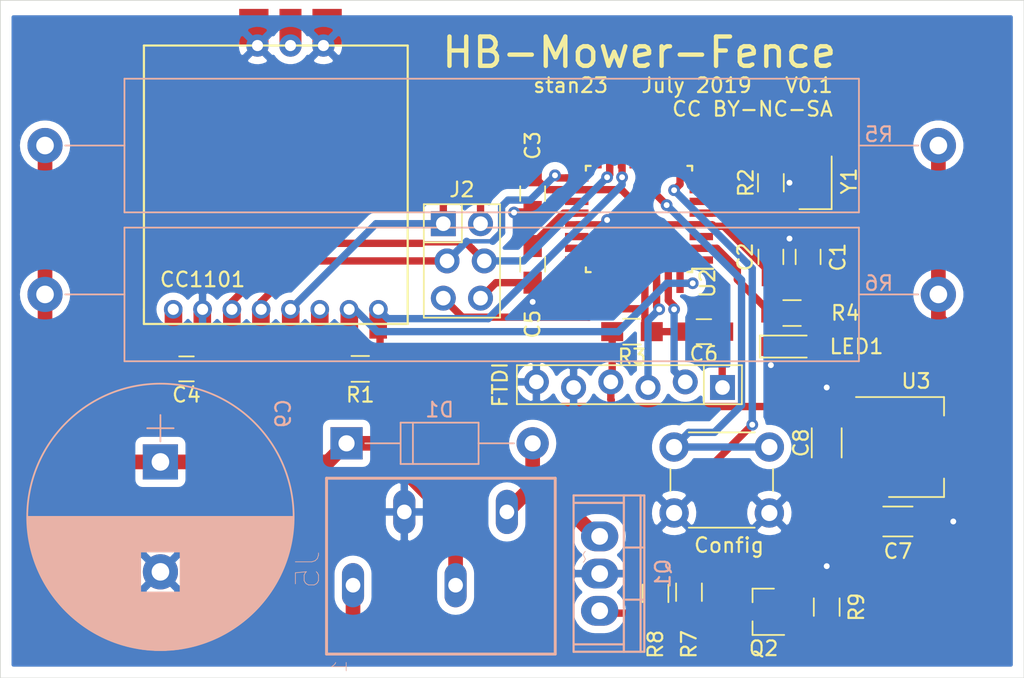
<source format=kicad_pcb>
(kicad_pcb (version 20171130) (host pcbnew "(5.1.2)-1")
  (layers (0 F.Cu signal) (31 B.Cu signal) (34 B.Paste user) (35 F.Paste user) (36 B.SilkS user) (37 F.SilkS user) (38 B.Mask user) (39 F.Mask user) (44 Edge.Cuts user))
  (net 0 "")
  (net 1 GND)
  (net 2 +3V3)
  (net 3 "Net-(C5-Pad1)")
  (net 4 /DTR)
  (net 5 /RESET)
  (net 6 "Net-(C7-Pad1)")
  (net 7 "Net-(J1-Pad1)")
  (net 8 /MOSI)
  (net 9 /SCK)
  (net 10 /MISO)
  (net 11 /TX)
  (net 12 /RX)
  (net 13 +12V)
  (net 14 "Net-(LED1-Pad2)")
  (net 15 "Net-(Q1-Pad1)")
  (net 16 "Net-(Q2-Pad1)")
  (net 17 /CS)
  (net 18 "Net-(R2-Pad1)")
  (net 19 "Net-(R2-Pad2)")
  (net 20 /LED)
  (net 21 /D5)
  (net 22 "Net-(U1-Pad6)")
  (net 23 /GDO0)
  (net 24 /WIRE+)
  (net 25 /WIRE-)
  (net 26 /CONFIG)
  (module Capacitors_SMD:C_0805_HandSoldering (layer F.Cu) (at 144.018 100.818 90)
    (fp_text reference C1 (at -0.02 2.032 90) (layer F.SilkS))
    (fp_text value 10u)
    (pad 2 smd rect (at 1.25 0 90) (size 1.5 1.25) (layers F.Cu F.Paste F.Mask) (net 1 GND))
    (pad 1 smd rect (at -1.25 0 90) (size 1.5 1.25) (layers F.Cu F.Paste F.Mask) (net 2 +3V3))
  )
  (module Capacitors_SMD:C_0805_HandSoldering (layer F.Cu) (at 141.478 100.818 90)
    (fp_text reference C2 (at 0 -1.75 90) (layer F.SilkS))
    (fp_text value 100n)
    (pad 2 smd rect (at 1.25 0 90) (size 1.5 1.25) (layers F.Cu F.Paste F.Mask) (net 1 GND))
    (pad 1 smd rect (at -1.25 0 90) (size 1.5 1.25) (layers F.Cu F.Paste F.Mask) (net 2 +3V3))
  )
  (module Capacitors_SMD:C_0805_HandSoldering (layer F.Cu) (at 125.222 96.5 270)
    (fp_text reference C3 (at -3.282 0 90) (layer F.SilkS))
    (fp_text value 100n)
    (pad 2 smd rect (at 1.25 0 270) (size 1.5 1.25) (layers F.Cu F.Paste F.Mask) (net 1 GND))
    (pad 1 smd rect (at -1.25 0 270) (size 1.5 1.25) (layers F.Cu F.Paste F.Mask) (net 2 +3V3))
  )
  (module Capacitors_SMD:C_0805_HandSoldering (layer F.Cu) (at 101.6 108.458)
    (fp_text reference C4 (at 0 1.778) (layer F.SilkS))
    (fp_text value 1u)
    (pad 2 smd rect (at 1.25 0) (size 1.5 1.25) (layers F.Cu F.Paste F.Mask) (net 1 GND))
    (pad 1 smd rect (at -1.25 0) (size 1.5 1.25) (layers F.Cu F.Paste F.Mask) (net 2 +3V3))
  )
  (module Capacitors_SMD:C_0805_HandSoldering (layer F.Cu) (at 125.222 101.326 270)
    (fp_text reference C5 (at 4.084 0 90) (layer F.SilkS))
    (fp_text value 100n)
    (pad 2 smd rect (at 1.25 0 270) (size 1.5 1.25) (layers F.Cu F.Paste F.Mask) (net 1 GND))
    (pad 1 smd rect (at -1.25 0 270) (size 1.5 1.25) (layers F.Cu F.Paste F.Mask) (net 3 "Net-(C5-Pad1)"))
  )
  (module Capacitors_SMD:C_0805_HandSoldering (layer F.Cu) (at 136.906 105.918)
    (fp_text reference C6 (at 0 1.524) (layer F.SilkS))
    (fp_text value 100n)
    (pad 2 smd rect (at 1.25 0) (size 1.5 1.25) (layers F.Cu F.Paste F.Mask) (net 4 /DTR))
    (pad 1 smd rect (at -1.25 0) (size 1.5 1.25) (layers F.Cu F.Paste F.Mask) (net 5 /RESET))
  )
  (module Capacitors_SMD:C_1206_HandSoldering (layer F.Cu) (at 150.146 118.872)
    (fp_text reference C7 (at 0 2.032) (layer F.SilkS))
    (fp_text value 22u)
    (pad 2 smd rect (at 2 0) (size 2 1.6) (layers F.Cu F.Paste F.Mask) (net 1 GND))
    (pad 1 smd rect (at -2 0) (size 2 1.6) (layers F.Cu F.Paste F.Mask) (net 6 "Net-(C7-Pad1)"))
  )
  (module Capacitors_SMD:C_1206_HandSoldering (layer F.Cu) (at 145.288 113.506 90)
    (fp_text reference C8 (at 0 -1.75 90) (layer F.SilkS))
    (fp_text value 22u)
    (pad 2 smd rect (at 2 0 90) (size 2 1.6) (layers F.Cu F.Paste F.Mask) (net 1 GND))
    (pad 1 smd rect (at -2 0 90) (size 2 1.6) (layers F.Cu F.Paste F.Mask) (net 2 +3V3))
  )
  (module myPinHeaders:Pin_Header_Straight_2x03_Pitch2.54mm_Tight_Fit (layer F.Cu) (at 119.126 98.552)
    (fp_text reference J2 (at 1.27 -2.33) (layer F.SilkS))
    (fp_text value ISP)
    (pad 1 thru_hole rect (at 0 0) (size 1.7 1.7) (drill 1) (layers *.Cu *.Mask) (net 10 /MISO))
    (pad 2 thru_hole oval (at 2.54 0) (size 1.7 1.7) (drill 1) (layers *.Cu *.Mask) (net 2 +3V3))
    (pad 3 thru_hole oval (at 0.254 2.54) (size 1.7 1.7) (drill 1) (layers *.Cu *.Mask) (net 9 /SCK))
    (pad 4 thru_hole oval (at 2.794 2.54) (size 1.7 1.7) (drill 1) (layers *.Cu *.Mask) (net 8 /MOSI))
    (pad 5 thru_hole oval (at 0 5.08) (size 1.7 1.7) (drill 1) (layers *.Cu *.Mask) (net 5 /RESET))
    (pad 6 thru_hole oval (at 2.54 5.08) (size 1.7 1.7) (drill 1) (layers *.Cu *.Mask) (net 1 GND))
  )
  (module myPinHeaders:Pin_Header_Straight_1x06_Pitch2.54mm_Tight_Fit (layer F.Cu) (at 131.826 109.5375 270)
    (fp_text reference J3 hide)
    (fp_text value FTDI (at 0 8.8265 90) (layer F.SilkS))
    (pad 3 thru_hole oval (at 0.1905 -1.27 270) (size 1.7 1.7) (drill 1) (layers *.Cu *.Mask) (net 12 /RX))
    (pad 4 thru_hole oval (at -0.1905 1.27 270) (size 1.7 1.7) (drill 1) (layers *.Cu *.Mask) (net 2 +3V3))
    (pad 2 thru_hole oval (at -0.1905 -3.81 270) (size 1.7 1.7) (drill 1) (layers *.Cu *.Mask) (net 11 /TX))
    (pad 1 thru_hole rect (at 0.1905 -6.35 270) (size 1.7 1.7) (drill 1) (layers *.Cu *.Mask) (net 4 /DTR))
    (pad 5 thru_hole oval (at 0.1905 3.81 270) (size 1.7 1.7) (drill 1) (layers *.Cu *.Mask) (net 1 GND))
    (pad 6 thru_hole oval (at -0.1905 6.35 270) (size 1.7 1.7) (drill 1) (layers *.Cu *.Mask) (net 1 GND))
  )
  (module Power_Integrations:TO-220 (layer B.Cu) (at 129.794 122.428 90)
    (fp_text reference Q1 (at 0 4.318 270) (layer B.SilkS) (effects (justify mirror)))
    (fp_text value IRLZ44N)
    (pad 1 thru_hole oval (at -2.54 0 90) (size 2.032 2.54) (drill 1.143) (layers *.Cu *.Mask) (net 15 "Net-(Q1-Pad1)"))
    (pad 3 thru_hole oval (at 2.54 0 90) (size 2.032 2.54) (drill 1.143) (layers *.Cu *.Mask) (net 25 /WIRE-))
    (pad 2 thru_hole oval (at 0 0 90) (size 2.032 2.54) (drill 1.143) (layers *.Cu *.Mask) (net 1 GND))
  )
  (module TO_SOT_Packages_SMD:SOT-23 (layer F.Cu) (at 140.986 125.034 180)
    (fp_text reference Q2 (at 0 -2.5) (layer F.SilkS))
    (fp_text value IRLML5203)
    (pad 3 smd rect (at 1 0 180) (size 0.9 0.8) (layers F.Cu F.Paste F.Mask) (net 13 +12V))
    (pad 2 smd rect (at -1 0.95 180) (size 0.9 0.8) (layers F.Cu F.Paste F.Mask) (net 6 "Net-(C7-Pad1)"))
    (pad 1 smd rect (at -1 -0.95 180) (size 0.9 0.8) (layers F.Cu F.Paste F.Mask) (net 16 "Net-(Q2-Pad1)"))
  )
  (module Resistors_SMD:R_0805_HandSoldering (layer F.Cu) (at 113.458 108.458)
    (fp_text reference R1 (at 0 1.778) (layer F.SilkS))
    (fp_text value 10k)
    (pad 2 smd rect (at 1.35 0) (size 1.5 1.3) (layers F.Cu F.Paste F.Mask) (net 17 /CS))
    (pad 1 smd rect (at -1.35 0) (size 1.5 1.3) (layers F.Cu F.Paste F.Mask) (net 2 +3V3))
  )
  (module Resistors_SMD:R_0805_HandSoldering (layer F.Cu) (at 141.478 95.758 90)
    (fp_text reference R2 (at 0 -1.7 90) (layer F.SilkS))
    (fp_text value 1M)
    (pad 2 smd rect (at 1.35 0 90) (size 1.5 1.3) (layers F.Cu F.Paste F.Mask) (net 19 "Net-(R2-Pad2)"))
    (pad 1 smd rect (at -1.35 0 90) (size 1.5 1.3) (layers F.Cu F.Paste F.Mask) (net 18 "Net-(R2-Pad1)"))
  )
  (module Resistors_SMD:R_0805_HandSoldering (layer F.Cu) (at 132 105.918 180)
    (fp_text reference R3 (at 0 -1.7) (layer F.SilkS))
    (fp_text value 10k)
    (pad 2 smd rect (at 1.35 0 180) (size 1.5 1.3) (layers F.Cu F.Paste F.Mask) (net 2 +3V3))
    (pad 1 smd rect (at -1.35 0 180) (size 1.5 1.3) (layers F.Cu F.Paste F.Mask) (net 5 /RESET))
  )
  (module Resistors_SMD:R_0805_HandSoldering (layer F.Cu) (at 142.922 104.648 180)
    (fp_text reference R4 (at -3.636 0) (layer F.SilkS))
    (fp_text value 330)
    (pad 2 smd rect (at 1.35 0 180) (size 1.5 1.3) (layers F.Cu F.Paste F.Mask) (net 20 /LED))
    (pad 1 smd rect (at -1.35 0 180) (size 1.5 1.3) (layers F.Cu F.Paste F.Mask) (net 14 "Net-(LED1-Pad2)"))
  )
  (module Resistors_THT:R_Axial_Power_L50.0mm_W9.0mm_P60.96mm (layer B.Cu) (at 152.908 93.218 180)
    (fp_text reference R5 (at 4.064 0.762) (layer B.SilkS) (effects (justify mirror)))
    (fp_text value 18)
    (pad 2 thru_hole oval (at 60.96 0 180) (size 2.4 2.4) (drill 1.2) (layers *.Cu *.Mask) (net 24 /WIRE+))
    (pad 1 thru_hole circle (at 0 0 180) (size 2.4 2.4) (drill 1.2) (layers *.Cu *.Mask) (net 13 +12V))
  )
  (module Resistors_THT:R_Axial_Power_L50.0mm_W9.0mm_P60.96mm (layer B.Cu) (at 152.908 103.378 180)
    (fp_text reference R6 (at 4.064 0.762) (layer B.SilkS) (effects (justify mirror)))
    (fp_text value "18R 10W")
    (pad 2 thru_hole oval (at 60.96 0 180) (size 2.4 2.4) (drill 1.2) (layers *.Cu *.Mask) (net 24 /WIRE+))
    (pad 1 thru_hole circle (at 0 0 180) (size 2.4 2.4) (drill 1.2) (layers *.Cu *.Mask) (net 13 +12V))
  )
  (module Resistors_SMD:R_0805_HandSoldering (layer F.Cu) (at 135.89 123.698 90)
    (fp_text reference R7 (at -3.556 0 90) (layer F.SilkS))
    (fp_text value 220)
    (pad 2 smd rect (at 1.35 0 90) (size 1.5 1.3) (layers F.Cu F.Paste F.Mask) (net 21 /D5))
    (pad 1 smd rect (at -1.35 0 90) (size 1.5 1.3) (layers F.Cu F.Paste F.Mask) (net 15 "Net-(Q1-Pad1)"))
  )
  (module Resistors_SMD:R_0805_HandSoldering (layer F.Cu) (at 133.604 123.778 90)
    (fp_text reference R8 (at -3.476 0 90) (layer F.SilkS))
    (fp_text value 10k)
    (pad 2 smd rect (at 1.35 0 90) (size 1.5 1.3) (layers F.Cu F.Paste F.Mask) (net 1 GND))
    (pad 1 smd rect (at -1.35 0 90) (size 1.5 1.3) (layers F.Cu F.Paste F.Mask) (net 15 "Net-(Q1-Pad1)"))
  )
  (module Resistors_SMD:R_0805_HandSoldering (layer F.Cu) (at 145.288 124.714 90)
    (fp_text reference R9 (at 0 2.032 90) (layer F.SilkS))
    (fp_text value 100k)
    (pad 2 smd rect (at 1.35 0 90) (size 1.5 1.3) (layers F.Cu F.Paste F.Mask) (net 1 GND))
    (pad 1 smd rect (at -1.35 0 90) (size 1.5 1.3) (layers F.Cu F.Paste F.Mask) (net 16 "Net-(Q2-Pad1)"))
  )
  (module myRadioModules:CC1101_SMD_THT_Antenna (layer F.Cu) (at 107.696 104.394)
    (fp_text reference U1 hide)
    (fp_text value CC1101)
    (fp_text user CC1101 (at -5 -2.032 180) (layer F.SilkS))
    (pad 11 smd rect (at 3.5 -19.25) (size 2 2.5) (layers F.Cu F.Mask) (net 1 GND))
    (pad 9 smd rect (at 1 -19.25) (size 1.5 2.5) (layers F.Cu F.Mask) (net 7 "Net-(J1-Pad1)"))
    (pad 10 smd rect (at -1.5 -19.25) (size 2 2.5) (layers F.Cu F.Mask) (net 1 GND))
    (pad 11 thru_hole circle (at 3.25 -18) (size 1.524 1.524) (drill 0.762) (layers *.Cu *.Mask) (net 1 GND))
    (pad 9 thru_hole circle (at 1 -18) (size 1.524 1.524) (drill 0.762) (layers *.Cu *.Mask) (net 7 "Net-(J1-Pad1)"))
    (pad 10 thru_hole circle (at -1.25 -18) (size 1.524 1.524) (drill 0.762) (layers *.Cu *.Mask) (net 1 GND))
    (pad 8 smd rect (at 6.985 1) (size 1.2 2) (layers F.Cu F.Mask) (net 17 /CS))
    (pad 7 smd rect (at 5.0165 1) (size 1.2 2) (layers F.Cu F.Mask) (net 23 /GDO0))
    (pad 6 smd rect (at 3 1) (size 1.2 2) (layers F.Cu F.Mask) (net 22 "Net-(U1-Pad6)"))
    (pad 5 smd rect (at 1.016 1) (size 1.2 2) (layers F.Cu F.Mask) (net 10 /MISO))
    (pad 4 smd rect (at -1.016 1) (size 1.2 2) (layers F.Cu F.Mask) (net 9 /SCK))
    (pad 3 smd rect (at -3 1) (size 1.2 2) (layers F.Cu F.Mask) (net 8 /MOSI))
    (pad 2 smd rect (at -5.0165 1) (size 1.2 2) (layers F.Cu F.Mask) (net 1 GND))
    (pad 1 smd rect (at -6.985 1) (size 1.2 2) (layers F.Cu F.Mask) (net 2 +3V3))
    (pad 8 thru_hole circle (at 7 0) (size 1.27 1.27) (drill 0.762) (layers *.Cu *.Mask) (net 17 /CS))
    (pad 7 thru_hole circle (at 5 0) (size 1.27 1.27) (drill 0.762) (layers *.Cu *.Mask) (net 23 /GDO0))
    (pad 6 thru_hole circle (at 3 0) (size 1.27 1.27) (drill 0.762) (layers *.Cu *.Mask) (net 22 "Net-(U1-Pad6)"))
    (pad 5 thru_hole circle (at 1 0) (size 1.27 1.27) (drill 0.762) (layers *.Cu *.Mask) (net 10 /MISO))
    (pad 4 thru_hole circle (at -1 0) (size 1.27 1.27) (drill 0.762) (layers *.Cu *.Mask) (net 9 /SCK))
    (pad 3 thru_hole circle (at -3 0) (size 1.27 1.27) (drill 0.762) (layers *.Cu *.Mask) (net 8 /MOSI))
    (pad 2 thru_hole oval (at -5 0) (size 1.27 1.27) (drill 0.762) (layers *.Cu *.Mask) (net 1 GND))
    (pad 1 thru_hole oval (at -7 0) (size 1.27 1.27) (drill 0.762) (layers *.Cu *.Mask) (net 2 +3V3))
  )
  (module myHousings:TQFP-32_7x7mm_Pitch0.8mm_HandSoldering (layer F.Cu) (at 132.48 98.23 180)
    (fp_text reference U2 (at -4.68 -4.386 90) (layer F.SilkS))
    (fp_text value ATmega328PB-AU)
    (pad 1 smd rect (at -4.25 -2.8 180) (size 1.6 0.5) (layers F.Cu F.Paste F.Mask))
    (pad 2 smd rect (at -4.25 -2 180) (size 1.6 0.5) (layers F.Cu F.Paste F.Mask) (net 20 /LED))
    (pad 3 smd rect (at -4.25 -1.2 180) (size 1.6 0.5) (layers F.Cu F.Paste F.Mask))
    (pad 4 smd rect (at -4.25 -0.4 180) (size 1.6 0.5) (layers F.Cu F.Paste F.Mask) (net 2 +3V3))
    (pad 5 smd rect (at -4.25 0.4 180) (size 1.6 0.5) (layers F.Cu F.Paste F.Mask) (net 1 GND))
    (pad 6 smd rect (at -4.25 1.2 180) (size 1.6 0.5) (layers F.Cu F.Paste F.Mask))
    (pad 7 smd rect (at -4.25 2 180) (size 1.6 0.5) (layers F.Cu F.Paste F.Mask) (net 18 "Net-(R2-Pad1)"))
    (pad 8 smd rect (at -4.25 2.8 180) (size 1.6 0.5) (layers F.Cu F.Paste F.Mask) (net 19 "Net-(R2-Pad2)"))
    (pad 9 smd rect (at -2.8 4.25 270) (size 1.6 0.5) (layers F.Cu F.Paste F.Mask) (net 21 /D5))
    (pad 10 smd rect (at -2 4.25 270) (size 1.6 0.5) (layers F.Cu F.Paste F.Mask))
    (pad 11 smd rect (at -1.2 4.25 270) (size 1.6 0.5) (layers F.Cu F.Paste F.Mask))
    (pad 12 smd rect (at -0.4 4.25 270) (size 1.6 0.5) (layers F.Cu F.Paste F.Mask) (net 26 /CONFIG))
    (pad 13 smd rect (at 0.4 4.25 270) (size 1.6 0.5) (layers F.Cu F.Paste F.Mask))
    (pad 14 smd rect (at 1.2 4.25 270) (size 1.6 0.5) (layers F.Cu F.Paste F.Mask) (net 17 /CS))
    (pad 15 smd rect (at 2 4.25 270) (size 1.6 0.5) (layers F.Cu F.Paste F.Mask) (net 8 /MOSI))
    (pad 16 smd rect (at 2.8 4.25 270) (size 1.6 0.5) (layers F.Cu F.Paste F.Mask) (net 10 /MISO))
    (pad 17 smd rect (at 4.25 2.8 180) (size 1.6 0.5) (layers F.Cu F.Paste F.Mask) (net 9 /SCK))
    (pad 18 smd rect (at 4.25 2 180) (size 1.6 0.5) (layers F.Cu F.Paste F.Mask) (net 2 +3V3))
    (pad 19 smd rect (at 4.25 1.2 180) (size 1.6 0.5) (layers F.Cu F.Paste F.Mask))
    (pad 20 smd rect (at 4.25 0.4 180) (size 1.6 0.5) (layers F.Cu F.Paste F.Mask) (net 3 "Net-(C5-Pad1)"))
    (pad 21 smd rect (at 4.25 -0.4 180) (size 1.6 0.5) (layers F.Cu F.Paste F.Mask) (net 1 GND))
    (pad 22 smd rect (at 4.25 -1.2 180) (size 1.6 0.5) (layers F.Cu F.Paste F.Mask))
    (pad 23 smd rect (at 4.25 -2 180) (size 1.6 0.5) (layers F.Cu F.Paste F.Mask))
    (pad 24 smd rect (at 4.25 -2.8 180) (size 1.6 0.5) (layers F.Cu F.Paste F.Mask))
    (pad 25 smd rect (at 2.8 -4.25 270) (size 1.6 0.5) (layers F.Cu F.Paste F.Mask))
    (pad 26 smd rect (at 2 -4.25 270) (size 1.6 0.5) (layers F.Cu F.Paste F.Mask))
    (pad 27 smd rect (at 1.2 -4.25 270) (size 1.6 0.5) (layers F.Cu F.Paste F.Mask))
    (pad 28 smd rect (at 0.4 -4.25 270) (size 1.6 0.5) (layers F.Cu F.Paste F.Mask))
    (pad 29 smd rect (at -0.4 -4.25 270) (size 1.6 0.5) (layers F.Cu F.Paste F.Mask) (net 5 /RESET))
    (pad 30 smd rect (at -1.2 -4.25 270) (size 1.6 0.5) (layers F.Cu F.Paste F.Mask) (net 12 /RX))
    (pad 31 smd rect (at -2 -4.25 270) (size 1.6 0.5) (layers F.Cu F.Paste F.Mask) (net 11 /TX))
    (pad 32 smd rect (at -2.8 -4.25 270) (size 1.6 0.5) (layers F.Cu F.Paste F.Mask) (net 23 /GDO0))
  )
  (module TO_SOT_Packages_SMD:SOT-223 (layer F.Cu) (at 151.384 113.792)
    (fp_text reference U3 (at 0 -4.5) (layer F.SilkS))
    (fp_text value LM1117-3.3)
    (pad 1 smd rect (at -3.15 -2.3) (size 2 1.5) (layers F.Cu F.Paste F.Mask) (net 1 GND))
    (pad 3 smd rect (at -3.15 2.3) (size 2 1.5) (layers F.Cu F.Paste F.Mask) (net 6 "Net-(C7-Pad1)"))
    (pad 2 smd rect (at -3.15 0) (size 2 1.5) (layers F.Cu F.Paste F.Mask) (net 2 +3V3))
    (pad 4 smd rect (at 3.15 0) (size 2 3.8) (layers F.Cu F.Paste F.Mask))
  )
  (module myResonators:Resonator_SMD_muRata_CSTCC-3pin_7.2x3.0mm_HandSoldering (layer F.Cu) (at 144.526 95.758 90)
    (fp_text reference Y1 (at 0.12 2.286 90) (layer F.SilkS))
    (fp_text value 8M)
    (pad 3 smd rect (at 1.2 0 90) (size 0.4 2.1) (layers F.Cu F.Paste F.Mask) (net 19 "Net-(R2-Pad2)"))
    (pad 2 smd rect (at 0 0 90) (size 0.4 2.1) (layers F.Cu F.Paste F.Mask) (net 1 GND))
    (pad 1 smd rect (at -1.2 0 90) (size 0.4 2.1) (layers F.Cu F.Paste F.Mask) (net 18 "Net-(R2-Pad1)"))
  )
  (module Diodes_THT:D_DO-41_SOD81_P12.70mm_Horizontal (layer B.Cu) (at 112.522 113.538)
    (fp_text reference D1 (at 6.35 -2.286) (layer B.SilkS) (effects (justify mirror)))
    (fp_text value 1N4001)
    (pad 2 thru_hole oval (at 12.7 0) (size 2.2 2.2) (drill 1.1) (layers *.Cu *.Mask) (net 25 /WIRE-))
    (pad 1 thru_hole rect (at 0 0) (size 2.2 2.2) (drill 1.1) (layers *.Cu *.Mask) (net 24 /WIRE+))
  )
  (module LEDs:LED_0805_HandSoldering (layer F.Cu) (at 142.922 106.934)
    (fp_text reference LED1 (at 4.398 0) (layer F.SilkS))
    (fp_text value GREEN)
    (pad 2 smd rect (at 1.35 0) (size 1.5 1.3) (layers F.Cu F.Paste F.Mask) (net 14 "Net-(LED1-Pad2)"))
    (pad 1 smd rect (at -1.35 0) (size 1.5 1.3) (layers F.Cu F.Paste F.Mask) (net 1 GND))
  )
  (module Wago_250-5xx:P-250-204 (layer B.Cu) (at 112.014 121.92 270)
    (fp_text reference J5 (at 0.2286 2.1336 270) (layer B.SilkS) (effects (font (size 1.57722 1.57722) (thickness 0.05)) (justify mirror)))
    (fp_text value ~ (at -0.601057 -16.6795 270) (layer B.SilkS) (effects (font (size 1.57759 1.57759) (thickness 0.05)) (justify mirror)))
    (fp_text user 1 (at 6.858 -0.0254 270) (layer B.SilkS) (effects (font (thickness 0.05)) (justify mirror)))
    (pad 4 thru_hole oval (at -3.7 -11.45 270) (size 3.016 1.508) (drill 1) (layers *.Cu *.Mask) (net 25 /WIRE-))
    (pad 3 thru_hole oval (at 1.3 -7.95 270) (size 3.016 1.508) (drill 1) (layers *.Cu *.Mask) (net 24 /WIRE+))
    (pad 2 thru_hole oval (at -3.7 -4.45 270) (size 3.016 1.508) (drill 1) (layers *.Cu *.Mask) (net 1 GND))
    (pad 1 thru_hole oval (at 1.3 -0.95 270) (size 3.016 1.508) (drill 1) (layers *.Cu *.Mask) (net 13 +12V))
  )
  (module Capacitors_THT:CP_Radial_D18.0mm_P7.50mm (layer B.Cu) (at 99.822 114.808 270)
    (fp_text reference C9 (at -3.302 -8.382 270) (layer B.SilkS) (effects (justify mirror)))
    (fp_text value 2200u)
    (pad 1 thru_hole rect (at 0 0 270) (size 2.4 2.4) (drill 1.2) (layers *.Cu *.Mask) (net 24 /WIRE+))
    (pad 2 thru_hole circle (at 7.5 0 270) (size 2.4 2.4) (drill 1.2) (layers *.Cu *.Mask) (net 1 GND))
  )
  (module Buttons_Switches_THT:SW_PUSH_6mm (layer F.Cu) (at 134.874 113.792)
    (fp_text reference SW1 hide)
    (fp_text value Config (at 3.75 6.7) (layer F.SilkS))
    (pad 2 thru_hole circle (at 0 4.5 90) (size 2 2) (drill 1.1) (layers *.Cu *.Mask) (net 1 GND))
    (pad 1 thru_hole circle (at 0 0 90) (size 2 2) (drill 1.1) (layers *.Cu *.Mask) (net 26 /CONFIG))
    (pad 2 thru_hole circle (at 6.5 4.5 90) (size 2 2) (drill 1.1) (layers *.Cu *.Mask) (net 1 GND))
    (pad 1 thru_hole circle (at 6.5 0 90) (size 2 2) (drill 1.1) (layers *.Cu *.Mask) (net 26 /CONFIG))
  )
  (gr_text "stan23   July 2019   V0.1\nCC BY-NC-SA" (at 145.796 89.916) (layer F.SilkS) (effects (font (size 1 1)) (justify right)))
  (gr_text HB-Mower-Fence (at 118.872 86.868) (layer F.SilkS) (effects (font (size 2 2) (thickness 0.3)) (justify left)))
  (gr_line (start 88.9 83.312) (end 88.9 129.54) (layer Edge.Cuts) (width 0.05))
  (gr_line (start 158.75 83.312) (end 88.9 83.312) (layer Edge.Cuts) (width 0.05))
  (gr_line (start 158.75 129.54) (end 158.75 83.312) (layer Edge.Cuts) (width 0.05))
  (gr_line (start 88.9 129.54) (end 158.75 129.54) (layer Edge.Cuts) (width 0.05))
  (via (at 130.302 98.298) (size 0.8) (drill 0.4) (layers F.Cu B.Cu) (net 1))
  (segment (start 128.23 98.63) (end 129.97 98.63) (width 0.5) (layer F.Cu) (net 1))
  (segment (start 129.97 98.63) (end 130.302 98.298) (width 0.5) (layer F.Cu) (net 1))
  (segment (start 141.478 99.443) (end 141.478 99.568) (width 0.5) (layer F.Cu) (net 1))
  (segment (start 139.865 97.83) (end 141.478 99.443) (width 0.5) (layer F.Cu) (net 1))
  (segment (start 136.73 97.83) (end 139.865 97.83) (width 0.5) (layer F.Cu) (net 1))
  (via (at 142.748 95.758) (size 0.8) (drill 0.4) (layers F.Cu B.Cu) (net 1))
  (segment (start 144.526 95.758) (end 142.748 95.758) (width 0.5) (layer F.Cu) (net 1))
  (via (at 142.748 99.568) (size 0.8) (drill 0.4) (layers F.Cu B.Cu) (net 1))
  (segment (start 143.764 99.568) (end 142.748 99.568) (width 0.5) (layer F.Cu) (net 1))
  (segment (start 141.478 99.568) (end 142.748 99.568) (width 0.5) (layer F.Cu) (net 1))
  (via (at 123.952 97.79) (size 0.8) (drill 0.4) (layers F.Cu B.Cu) (net 1))
  (segment (start 125.222 97.75) (end 123.992 97.75) (width 0.5) (layer F.Cu) (net 1))
  (segment (start 123.992 97.75) (end 123.952 97.79) (width 0.5) (layer F.Cu) (net 1))
  (segment (start 102.85 105.5645) (end 102.6795 105.394) (width 0.5) (layer F.Cu) (net 1))
  (segment (start 102.85 108.458) (end 102.85 105.5645) (width 0.5) (layer F.Cu) (net 1))
  (segment (start 133.604 122.428) (end 129.794 122.428) (width 0.5) (layer F.Cu) (net 1))
  (segment (start 122.722 102.576) (end 121.666 103.632) (width 0.5) (layer F.Cu) (net 1))
  (segment (start 125.222 102.576) (end 122.722 102.576) (width 0.5) (layer F.Cu) (net 1))
  (via (at 145.288 121.92) (size 0.8) (drill 0.4) (layers F.Cu B.Cu) (net 1))
  (segment (start 145.288 123.364) (end 145.288 121.92) (width 0.8) (layer F.Cu) (net 1))
  (via (at 153.924 118.872) (size 0.8) (drill 0.4) (layers F.Cu B.Cu) (net 1))
  (segment (start 152.146 118.872) (end 153.924 118.872) (width 0.8) (layer F.Cu) (net 1))
  (segment (start 145.302 111.492) (end 145.288 111.506) (width 0.8) (layer F.Cu) (net 1))
  (segment (start 148.234 111.492) (end 145.302 111.492) (width 0.8) (layer F.Cu) (net 1))
  (via (at 145.288 109.728) (size 0.8) (drill 0.4) (layers F.Cu B.Cu) (net 1))
  (segment (start 145.288 111.506) (end 145.288 109.728) (width 0.8) (layer F.Cu) (net 1))
  (via (at 141.478 108.204) (size 0.8) (drill 0.4) (layers F.Cu B.Cu) (net 1))
  (segment (start 141.572 106.934) (end 141.572 108.11) (width 0.5) (layer F.Cu) (net 1))
  (segment (start 141.572 108.11) (end 141.478 108.204) (width 0.5) (layer F.Cu) (net 1))
  (via (at 125.222 103.886) (size 0.8) (drill 0.4) (layers F.Cu B.Cu) (net 1))
  (segment (start 125.222 102.576) (end 125.222 103.886) (width 0.5) (layer F.Cu) (net 1))
  (segment (start 126.202 96.23) (end 125.222 95.25) (width 0.5) (layer F.Cu) (net 2))
  (segment (start 128.23 96.23) (end 126.202 96.23) (width 0.5) (layer F.Cu) (net 2))
  (segment (start 141.478 101.943) (end 141.478 102.068) (width 0.5) (layer F.Cu) (net 2))
  (segment (start 138.264999 98.729999) (end 141.478 101.943) (width 0.5) (layer F.Cu) (net 2))
  (segment (start 137.591999 98.729999) (end 138.264999 98.729999) (width 0.5) (layer F.Cu) (net 2))
  (segment (start 137.492 98.63) (end 137.591999 98.729999) (width 0.5) (layer F.Cu) (net 2))
  (segment (start 136.73 98.63) (end 137.492 98.63) (width 0.5) (layer F.Cu) (net 2))
  (segment (start 141.478 102.068) (end 143.764 102.068) (width 0.5) (layer F.Cu) (net 2))
  (segment (start 130.65 109.253) (end 130.556 109.347) (width 0.5) (layer F.Cu) (net 2))
  (segment (start 130.65 105.918) (end 130.65 109.253) (width 0.5) (layer F.Cu) (net 2))
  (segment (start 128.23 96.23) (end 131.282 96.23) (width 0.5) (layer F.Cu) (net 2))
  (segment (start 133.682 98.63) (end 136.73 98.63) (width 0.5) (layer F.Cu) (net 2))
  (segment (start 131.282 96.23) (end 133.682 98.63) (width 0.5) (layer F.Cu) (net 2))
  (segment (start 100.35 105.755) (end 100.711 105.394) (width 0.5) (layer F.Cu) (net 2))
  (segment (start 100.35 108.458) (end 100.35 105.755) (width 0.5) (layer F.Cu) (net 2))
  (segment (start 147.002 113.792) (end 145.288 115.506) (width 0.8) (layer F.Cu) (net 2))
  (segment (start 148.234 113.792) (end 147.002 113.792) (width 0.8) (layer F.Cu) (net 2))
  (segment (start 144.018 114.236) (end 145.288 115.506) (width 0.5) (layer F.Cu) (net 2))
  (segment (start 143.987999 111.028001) (end 144.018 110.998) (width 0.5) (layer F.Cu) (net 2))
  (segment (start 132.237001 111.028001) (end 143.987999 111.028001) (width 0.5) (layer F.Cu) (net 2))
  (segment (start 144.018 110.998) (end 144.018 114.236) (width 0.5) (layer F.Cu) (net 2))
  (segment (start 121.666 98.552) (end 121.666 97.028) (width 0.5) (layer F.Cu) (net 2))
  (segment (start 123.444 95.25) (end 125.222 95.25) (width 0.5) (layer F.Cu) (net 2))
  (segment (start 121.666 97.028) (end 123.444 95.25) (width 0.5) (layer F.Cu) (net 2))
  (segment (start 130.586001 110.579082) (end 130.586001 111.028001) (width 0.5) (layer F.Cu) (net 2))
  (segment (start 130.556 110.549081) (end 130.586001 110.579082) (width 0.5) (layer F.Cu) (net 2))
  (segment (start 130.556 109.347) (end 130.556 110.549081) (width 0.5) (layer F.Cu) (net 2))
  (segment (start 130.586001 111.028001) (end 132.237001 111.028001) (width 0.5) (layer F.Cu) (net 2))
  (segment (start 144.037999 110.978001) (end 144.018 110.998) (width 0.5) (layer F.Cu) (net 2))
  (segment (start 144.037999 109.775906) (end 144.037999 110.978001) (width 0.5) (layer F.Cu) (net 2))
  (segment (start 145.472001 108.341904) (end 144.037999 109.775906) (width 0.5) (layer F.Cu) (net 2))
  (segment (start 145.472001 102.397001) (end 145.472001 108.341904) (width 0.5) (layer F.Cu) (net 2))
  (segment (start 144.018 102.068) (end 145.143 102.068) (width 0.5) (layer F.Cu) (net 2))
  (segment (start 145.143 102.068) (end 145.472001 102.397001) (width 0.5) (layer F.Cu) (net 2))
  (segment (start 100.35 109.583) (end 101.795001 111.028001) (width 0.5) (layer F.Cu) (net 2))
  (segment (start 100.35 108.458) (end 100.35 109.583) (width 0.5) (layer F.Cu) (net 2))
  (segment (start 113.528001 111.028001) (end 113.568001 111.028001) (width 0.5) (layer F.Cu) (net 2))
  (segment (start 113.568001 111.028001) (end 130.586001 111.028001) (width 0.5) (layer F.Cu) (net 2))
  (segment (start 112.108 110.898002) (end 112.237999 111.028001) (width 0.5) (layer F.Cu) (net 2))
  (segment (start 112.108 108.458) (end 112.108 110.898002) (width 0.5) (layer F.Cu) (net 2))
  (segment (start 101.795001 111.028001) (end 112.237999 111.028001) (width 0.5) (layer F.Cu) (net 2))
  (segment (start 112.237999 111.028001) (end 113.568001 111.028001) (width 0.5) (layer F.Cu) (net 2))
  (segment (start 125.222 99.951) (end 125.222 100.076) (width 0.5) (layer F.Cu) (net 3))
  (segment (start 127.343 97.83) (end 125.222 99.951) (width 0.5) (layer F.Cu) (net 3))
  (segment (start 128.23 97.83) (end 127.343 97.83) (width 0.5) (layer F.Cu) (net 3))
  (segment (start 138.156 109.708) (end 138.176 109.728) (width 0.5) (layer F.Cu) (net 4))
  (segment (start 138.156 105.918) (end 138.156 109.708) (width 0.5) (layer F.Cu) (net 4))
  (segment (start 132.88 105.448) (end 133.35 105.918) (width 0.5) (layer F.Cu) (net 5))
  (segment (start 133.35 105.918) (end 135.656 105.918) (width 0.5) (layer F.Cu) (net 5))
  (segment (start 129.638002 104.356) (end 132.88 104.356) (width 0.5) (layer F.Cu) (net 5))
  (segment (start 129.062001 104.932001) (end 129.638002 104.356) (width 0.5) (layer F.Cu) (net 5))
  (segment (start 120.426001 104.932001) (end 129.062001 104.932001) (width 0.5) (layer F.Cu) (net 5))
  (segment (start 119.126 103.632) (end 120.426001 104.932001) (width 0.5) (layer F.Cu) (net 5))
  (segment (start 132.88 102.48) (end 132.88 104.356) (width 0.5) (layer F.Cu) (net 5))
  (segment (start 132.88 104.356) (end 132.88 105.448) (width 0.5) (layer F.Cu) (net 5))
  (segment (start 148.234 118.784) (end 148.146 118.872) (width 0.8) (layer F.Cu) (net 6))
  (segment (start 148.234 116.092) (end 148.234 118.784) (width 0.8) (layer F.Cu) (net 6))
  (segment (start 146.346 118.872) (end 148.146 118.872) (width 0.8) (layer F.Cu) (net 6))
  (segment (start 145.998 118.872) (end 146.346 118.872) (width 0.8) (layer F.Cu) (net 6))
  (segment (start 141.986 122.884) (end 145.998 118.872) (width 0.8) (layer F.Cu) (net 6))
  (segment (start 141.986 124.084) (end 141.986 122.884) (width 0.8) (layer F.Cu) (net 6))
  (segment (start 108.698001 99.891999) (end 117.671999 99.891999) (width 0.5) (layer F.Cu) (net 8))
  (segment (start 120.719999 99.891999) (end 117.671999 99.891999) (width 0.3) (layer F.Cu) (net 8))
  (segment (start 121.070001 100.242001) (end 120.719999 99.891999) (width 0.5) (layer F.Cu) (net 8))
  (segment (start 121.92 101.092) (end 121.070001 100.242001) (width 0.5) (layer F.Cu) (net 8))
  (segment (start 104.696 103.894) (end 108.698001 99.891999) (width 0.5) (layer F.Cu) (net 8))
  (segment (start 104.696 105.394) (end 104.696 103.894) (width 0.5) (layer F.Cu) (net 8))
  (via (at 130.302 95.38) (size 0.8) (drill 0.4) (layers F.Cu B.Cu) (net 8))
  (segment (start 121.92 101.092) (end 124.59 101.092) (width 0.5) (layer B.Cu) (net 8))
  (segment (start 124.59 101.092) (end 130.302 95.38) (width 0.5) (layer B.Cu) (net 8))
  (segment (start 130.48 95.202) (end 130.48 93.98) (width 0.5) (layer F.Cu) (net 8))
  (segment (start 130.302 95.38) (end 130.48 95.202) (width 0.5) (layer F.Cu) (net 8))
  (segment (start 106.68 103.894) (end 106.68 105.394) (width 0.5) (layer F.Cu) (net 9))
  (segment (start 109.482 101.092) (end 106.68 103.894) (width 0.5) (layer F.Cu) (net 9))
  (segment (start 119.38 101.092) (end 109.482 101.092) (width 0.5) (layer F.Cu) (net 9))
  (via (at 126.746 95.25) (size 0.8) (drill 0.4) (layers F.Cu B.Cu) (net 9))
  (segment (start 128.23 95.43) (end 126.926 95.43) (width 0.5) (layer F.Cu) (net 9))
  (segment (start 126.926 95.43) (end 126.746 95.25) (width 0.5) (layer F.Cu) (net 9))
  (segment (start 123.543999 96.939999) (end 123.101999 97.381999) (width 0.5) (layer B.Cu) (net 9))
  (segment (start 126.746 95.25) (end 125.056001 96.939999) (width 0.5) (layer B.Cu) (net 9))
  (segment (start 125.056001 96.939999) (end 123.543999 96.939999) (width 0.5) (layer B.Cu) (net 9))
  (segment (start 120.229999 100.242001) (end 119.38 101.092) (width 0.3) (layer B.Cu) (net 9))
  (segment (start 120.580001 99.891999) (end 120.229999 100.242001) (width 0.3) (layer B.Cu) (net 9))
  (segment (start 120.719999 99.752001) (end 122.497999 99.752001) (width 0.3) (layer B.Cu) (net 9))
  (segment (start 123.101999 99.148001) (end 123.101999 97.381999) (width 0.5) (layer B.Cu) (net 9))
  (segment (start 123.101999 99.148001) (end 122.497999 99.752001) (width 0.5) (layer B.Cu) (net 9))
  (segment (start 120.719999 99.752001) (end 119.38 101.092) (width 0.5) (layer B.Cu) (net 9))
  (segment (start 114.538 98.552) (end 108.696 104.394) (width 0.5) (layer B.Cu) (net 10))
  (segment (start 119.126 98.552) (end 114.538 98.552) (width 0.5) (layer B.Cu) (net 10))
  (segment (start 119.126 97.202) (end 119.126 98.552) (width 0.5) (layer F.Cu) (net 10))
  (segment (start 122.348 93.98) (end 119.126 97.202) (width 0.5) (layer F.Cu) (net 10))
  (segment (start 129.68 93.98) (end 122.348 93.98) (width 0.5) (layer F.Cu) (net 10))
  (via (at 134.874 104.394) (size 0.8) (drill 0.4) (layers F.Cu B.Cu) (net 11))
  (segment (start 134.874 104.174) (end 134.874 104.394) (width 0.5) (layer F.Cu) (net 11))
  (segment (start 134.48 102.48) (end 134.48 103.78) (width 0.5) (layer F.Cu) (net 11))
  (segment (start 134.48 103.78) (end 134.874 104.174) (width 0.5) (layer F.Cu) (net 11))
  (segment (start 134.874 108.585) (end 135.636 109.347) (width 0.5) (layer B.Cu) (net 11))
  (segment (start 134.874 104.394) (end 134.874 108.585) (width 0.5) (layer B.Cu) (net 11))
  (via (at 133.858 104.394) (size 0.8) (drill 0.4) (layers F.Cu B.Cu) (net 12))
  (segment (start 133.68 102.48) (end 133.68 104.216) (width 0.5) (layer F.Cu) (net 12))
  (segment (start 133.68 104.216) (end 133.858 104.394) (width 0.5) (layer F.Cu) (net 12))
  (segment (start 133.096 105.156) (end 133.096 109.728) (width 0.5) (layer B.Cu) (net 12))
  (segment (start 133.858 104.394) (end 133.096 105.156) (width 0.5) (layer B.Cu) (net 12))
  (segment (start 152.908 93.218) (end 152.908 103.378) (width 1) (layer F.Cu) (net 13))
  (segment (start 152.908 105.075056) (end 157.226 109.393056) (width 1) (layer F.Cu) (net 13))
  (segment (start 152.908 103.378) (end 152.908 105.075056) (width 1) (layer F.Cu) (net 13))
  (segment (start 157.226 109.393056) (end 157.226 125.984) (width 1) (layer F.Cu) (net 13))
  (segment (start 157.226 125.984) (end 155.194 128.016) (width 1) (layer F.Cu) (net 13))
  (segment (start 112.964 126.172) (end 112.964 123.22) (width 1) (layer F.Cu) (net 13))
  (segment (start 114.808 128.016) (end 112.964 126.172) (width 1) (layer F.Cu) (net 13))
  (segment (start 139.954 126.266) (end 139.954 128.016) (width 0.8) (layer F.Cu) (net 13))
  (segment (start 139.986 126.234) (end 139.954 126.266) (width 0.8) (layer F.Cu) (net 13))
  (segment (start 139.986 125.034) (end 139.986 126.234) (width 0.8) (layer F.Cu) (net 13))
  (segment (start 155.194 128.016) (end 139.954 128.016) (width 1) (layer F.Cu) (net 13))
  (segment (start 139.954 128.016) (end 114.808 128.016) (width 1) (layer F.Cu) (net 13))
  (segment (start 144.272 104.648) (end 144.272 106.934) (width 0.5) (layer F.Cu) (net 14))
  (segment (start 133.684 125.048) (end 133.604 125.128) (width 0.5) (layer F.Cu) (net 15))
  (segment (start 135.89 125.048) (end 133.684 125.048) (width 0.5) (layer F.Cu) (net 15))
  (segment (start 129.954 125.128) (end 129.794 124.968) (width 0.5) (layer F.Cu) (net 15))
  (segment (start 133.604 125.128) (end 129.954 125.128) (width 0.5) (layer F.Cu) (net 15))
  (segment (start 145.208 125.984) (end 145.288 126.064) (width 0.5) (layer F.Cu) (net 16))
  (segment (start 141.986 125.984) (end 145.208 125.984) (width 0.5) (layer F.Cu) (net 16))
  (segment (start 114.808 105.521) (end 114.681 105.394) (width 0.5) (layer F.Cu) (net 17))
  (segment (start 114.808 108.458) (end 114.808 105.521) (width 0.5) (layer F.Cu) (net 17))
  (via (at 131.324097 95.381043) (size 0.8) (drill 0.4) (layers F.Cu B.Cu) (net 17))
  (segment (start 131.324097 95.897905) (end 131.324097 95.381043) (width 0.5) (layer B.Cu) (net 17))
  (segment (start 122.193003 105.028999) (end 131.324097 95.897905) (width 0.5) (layer B.Cu) (net 17))
  (segment (start 114.696 104.394) (end 115.330999 105.028999) (width 0.5) (layer B.Cu) (net 17))
  (segment (start 115.330999 105.028999) (end 122.193003 105.028999) (width 0.5) (layer B.Cu) (net 17))
  (segment (start 131.324097 94.024097) (end 131.28 93.98) (width 0.5) (layer F.Cu) (net 17))
  (segment (start 131.324097 95.381043) (end 131.324097 94.024097) (width 0.5) (layer F.Cu) (net 17))
  (segment (start 140.6 96.23) (end 141.478 97.108) (width 0.5) (layer F.Cu) (net 18))
  (segment (start 136.73 96.23) (end 140.6 96.23) (width 0.5) (layer F.Cu) (net 18))
  (segment (start 141.628 96.958) (end 141.478 97.108) (width 0.5) (layer F.Cu) (net 18))
  (segment (start 144.526 96.958) (end 141.628 96.958) (width 0.5) (layer F.Cu) (net 18))
  (segment (start 140.456 95.43) (end 141.478 94.408) (width 0.5) (layer F.Cu) (net 19))
  (segment (start 136.73 95.43) (end 140.456 95.43) (width 0.5) (layer F.Cu) (net 19))
  (segment (start 141.628 94.558) (end 141.478 94.408) (width 0.5) (layer F.Cu) (net 19))
  (segment (start 144.526 94.558) (end 141.628 94.558) (width 0.5) (layer F.Cu) (net 19))
  (segment (start 137.790002 100.23) (end 139.192 101.631998) (width 0.5) (layer F.Cu) (net 20))
  (segment (start 136.73 100.23) (end 137.790002 100.23) (width 0.5) (layer F.Cu) (net 20))
  (segment (start 141.472 104.648) (end 141.572 104.648) (width 0.5) (layer F.Cu) (net 20))
  (segment (start 139.192 102.368) (end 141.472 104.648) (width 0.5) (layer F.Cu) (net 20))
  (segment (start 139.192 101.631998) (end 139.192 102.368) (width 0.5) (layer F.Cu) (net 20))
  (via (at 140.208 112.268) (size 0.8) (drill 0.4) (layers F.Cu B.Cu) (net 21))
  (segment (start 137.04 115.436) (end 140.208 112.268) (width 0.5) (layer F.Cu) (net 21))
  (segment (start 137.04 121.098) (end 137.04 115.436) (width 0.5) (layer F.Cu) (net 21))
  (segment (start 135.89 122.348) (end 135.89 122.248) (width 0.5) (layer F.Cu) (net 21))
  (segment (start 135.89 122.248) (end 137.04 121.098) (width 0.5) (layer F.Cu) (net 21))
  (via (at 134.874 96.266) (size 0.8) (drill 0.4) (layers F.Cu B.Cu) (net 21))
  (segment (start 140.208 112.268) (end 140.208 101.6) (width 0.5) (layer B.Cu) (net 21))
  (segment (start 140.208 101.6) (end 134.874 96.266) (width 0.5) (layer B.Cu) (net 21))
  (segment (start 135.28 95.86) (end 135.28 93.98) (width 0.5) (layer F.Cu) (net 21))
  (segment (start 134.874 96.266) (end 135.28 95.86) (width 0.5) (layer F.Cu) (net 21))
  (via (at 136.144 102.616) (size 0.8) (drill 0.4) (layers F.Cu B.Cu) (net 23))
  (segment (start 135.416 102.616) (end 135.28 102.48) (width 0.5) (layer F.Cu) (net 23))
  (segment (start 136.144 102.616) (end 135.416 102.616) (width 0.5) (layer F.Cu) (net 23))
  (segment (start 134.377998 102.616) (end 136.144 102.616) (width 0.5) (layer B.Cu) (net 23))
  (segment (start 131.075998 105.918) (end 134.377998 102.616) (width 0.5) (layer B.Cu) (net 23))
  (segment (start 114.614198 105.918) (end 131.075998 105.918) (width 0.5) (layer B.Cu) (net 23))
  (segment (start 113.090198 104.394) (end 114.614198 105.918) (width 0.5) (layer B.Cu) (net 23))
  (segment (start 112.696 104.394) (end 113.090198 104.394) (width 0.5) (layer B.Cu) (net 23))
  (segment (start 91.948 93.218) (end 91.948 103.378) (width 1) (layer F.Cu) (net 24))
  (segment (start 97.622 114.808) (end 99.822 114.808) (width 1) (layer F.Cu) (net 24))
  (segment (start 91.948 109.134) (end 97.622 114.808) (width 1) (layer F.Cu) (net 24))
  (segment (start 91.948 103.378) (end 91.948 109.134) (width 1) (layer F.Cu) (net 24))
  (segment (start 111.252 114.808) (end 112.522 113.538) (width 1) (layer F.Cu) (net 24))
  (segment (start 99.822 114.808) (end 111.252 114.808) (width 1) (layer F.Cu) (net 24))
  (segment (start 119.964 120.712) (end 119.964 123.22) (width 1) (layer F.Cu) (net 24))
  (segment (start 119.964 118.88) (end 119.964 120.712) (width 1) (layer F.Cu) (net 24))
  (segment (start 114.622 113.538) (end 119.964 118.88) (width 1) (layer F.Cu) (net 24))
  (segment (start 112.522 113.538) (end 114.622 113.538) (width 1) (layer F.Cu) (net 24))
  (segment (start 125.222 116.462) (end 123.464 118.22) (width 1) (layer F.Cu) (net 25))
  (segment (start 125.222 113.538) (end 125.222 116.462) (width 1) (layer F.Cu) (net 25))
  (segment (start 126.114 116.462) (end 125.222 116.462) (width 1) (layer F.Cu) (net 25))
  (segment (start 129.54 119.888) (end 126.114 116.462) (width 1) (layer F.Cu) (net 25))
  (segment (start 129.794 119.888) (end 129.54 119.888) (width 1) (layer F.Cu) (net 25))
  (segment (start 134.874 113.792) (end 141.374 113.792) (width 0.5) (layer B.Cu) (net 26))
  (via (at 134.366 97.282) (size 0.8) (drill 0.4) (layers F.Cu B.Cu) (net 26))
  (segment (start 132.88 93.98) (end 132.88 95.796) (width 0.5) (layer F.Cu) (net 26))
  (segment (start 132.88 95.796) (end 134.366 97.282) (width 0.5) (layer F.Cu) (net 26))
  (segment (start 135.873999 112.792001) (end 134.874 113.792) (width 0.5) (layer B.Cu) (net 26))
  (segment (start 137.622001 112.792001) (end 135.873999 112.792001) (width 0.5) (layer B.Cu) (net 26))
  (segment (start 139.476001 110.938001) (end 137.622001 112.792001) (width 0.5) (layer B.Cu) (net 26))
  (segment (start 134.366 97.282) (end 139.476001 102.392001) (width 0.5) (layer B.Cu) (net 26))
  (segment (start 139.476001 102.392001) (end 139.476001 110.938001) (width 0.5) (layer B.Cu) (net 26))
  (zone (net 1) (net_name GND) (layer B.Cu) (connect_pads (clearance 0.508)) (min_thickness 0.254) (fill yes (arc_segments 32) (thermal_gap 0.508) (thermal_bridge_width 0.508))
    (polygon (pts (xy 89.662 128.778) (xy 157.988 128.778) (xy 157.988 84.328) (xy 89.662 84.328)))
  )
)
</source>
